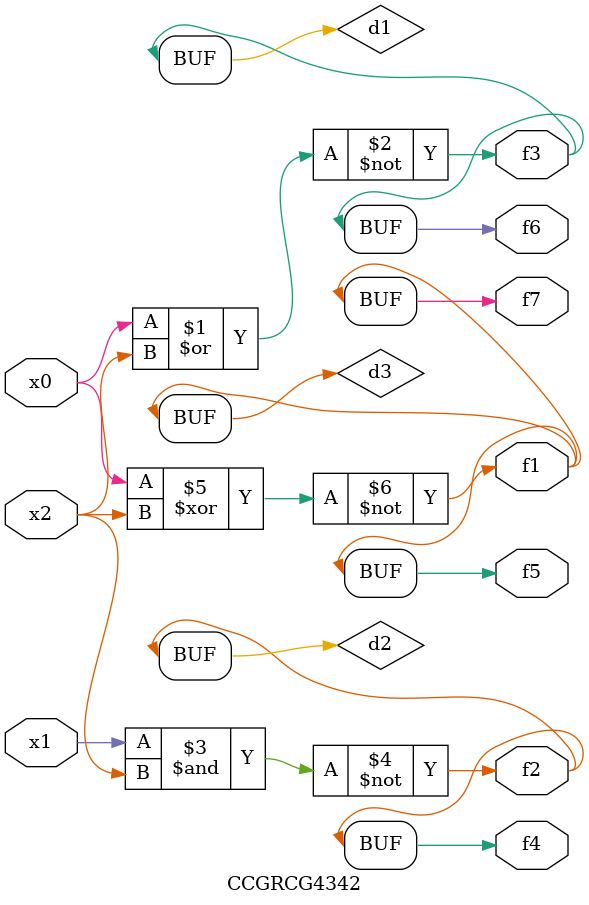
<source format=v>
module CCGRCG4342(
	input x0, x1, x2,
	output f1, f2, f3, f4, f5, f6, f7
);

	wire d1, d2, d3;

	nor (d1, x0, x2);
	nand (d2, x1, x2);
	xnor (d3, x0, x2);
	assign f1 = d3;
	assign f2 = d2;
	assign f3 = d1;
	assign f4 = d2;
	assign f5 = d3;
	assign f6 = d1;
	assign f7 = d3;
endmodule

</source>
